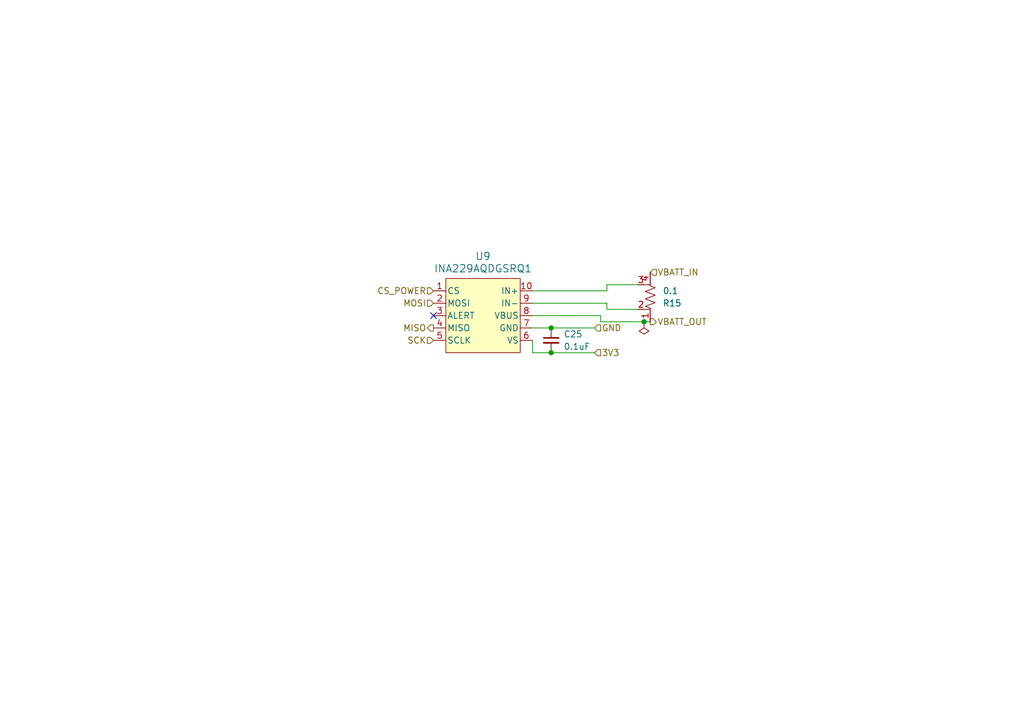
<source format=kicad_sch>
(kicad_sch (version 20250114) (generator "eeschema") (generator_version "9.0")
  (paper "A5")
  (title_block (title "Power Sensing") (company "UCSC Rocket Team") (comment 1 "Ruhmit Sahu"))
  (lib_symbols
    (symbol "Avionics_Symbols:INA229AQDGSRQ1" (pin_names (offset 0.254))
      (property "Reference" "U" (at -0.508 12.192 0))
      (property "Value" "INA229AQDGSRQ1" (at -0.508 9.652 0))
      (symbol "INA229AQDGSRQ1_0_1"
        (pin input line (at -10.16 5.08 0) (length 2.54) (name "CS") (number "1"))
        (pin input line (at -10.16 2.54 0) (length 2.54) (name "MOSI") (number "2"))
        (pin output line (at -10.16 0 0) (length 2.54) (name "ALERT") (number "3"))
        (pin output line (at -10.16 -2.54 0) (length 2.54) (name "MISO") (number "4"))
        (pin input line (at -10.16 -5.08 0) (length 2.54) (name "SCLK") (number "5"))
        (pin input line (at 10.16 5.08 180) (length 2.54) (name "IN+") (number "10"))
        (pin power_in line (at 10.16 0 180) (length 2.54) (name "VBUS") (number "8"))
        (pin power_in line (at 10.16 -2.54 180) (length 2.54) (name "GND") (number "7"))
        (pin power_in line (at 10.16 -5.08 180) (length 2.54) (name "VS") (number "6"))
      )
      (symbol "INA229AQDGSRQ1_1_1"
        (rectangle (start -7.62 7.62) (end 7.62 -7.62) (fill (type background)))
        (pin input line (at 10.16 2.54 180) (length 2.54) (name "IN-") (number "9"))
      )
    )
    (symbol "Device:C_Small" (pin_numbers (hide yes)) (pin_names (offset 0.254) (hide yes))
      (property "Reference" "C" (at 0.254 1.778 0))
      (property "Value" "C_Small" (at 0.254 -2.032 0))
      (symbol "C_Small_0_1"
        (polyline (pts (xy -1.524 0.508) (xy 1.524 0.508)) (stroke (width 0.3048)))
        (polyline (pts (xy -1.524 -0.508) (xy 1.524 -0.508)) (stroke (width 0.3302)))
      )
      (symbol "C_Small_1_1"
        (pin passive line (at 0 2.54 270) (length 2.032) (name "~") (number "1"))
        (pin passive line (at 0 -2.54 90) (length 2.032) (name "~") (number "2"))
      )
    )
    (symbol "Device:R_Shunt_US" (pin_names (offset 0) (hide yes))
      (property "Reference" "R" (at -5.08 0 90))
      (property "Value" "R_Shunt_US" (at -3.048 0 90))
      (symbol "R_Shunt_US_1_1"
        (polyline (pts (xy 0 2.286) (xy 0 2.54)))
        (polyline (pts (xy 0 2.286) (xy 1.016 1.905) (xy 0 1.524) (xy -1.016 1.143) (xy 0 0.762)))
        (polyline (pts (xy 0 0.762) (xy 1.016 0.381) (xy 0 0) (xy -1.016 -0.381) (xy 0 -0.762)))
        (polyline (pts (xy 0 -0.762) (xy 1.016 -1.143) (xy 0 -1.524) (xy -1.016 -1.905) (xy 0 -2.286)))
        (polyline (pts (xy 0 -2.286) (xy 0 -2.54)))
        (polyline (pts (xy 0 -2.54) (xy 1.27 -2.54)))
        (polyline (pts (xy 1.27 2.54) (xy 0 2.54)))
        (pin passive line (at 0 5.08 270) (length 2.54) (name "~") (number "1"))
        (pin passive line (at 0 -5.08 90) (length 2.54) (name "~") (number "4"))
        (pin passive line (at 2.54 2.54 180) (length 1.27) (name "~") (number "2"))
        (pin passive line (at 2.54 -2.54 180) (length 1.27) (name "~") (number "3"))
      )
    )
    (symbol "power:PWR_FLAG" (power) (pin_numbers (hide yes)) (pin_names (offset 0) (hide yes))
      (property "Value" "PWR_FLAG" (at 0 3.81 0))
      (symbol "PWR_FLAG_0_0"
        (pin power_out line (at 0 0 90) (length 0) (name "~") (number "1"))
      )
      (symbol "PWR_FLAG_0_1"
        (polyline (pts (xy 0 0) (xy 0 1.27) (xy -1.016 1.905) (xy 0 2.54) (xy 1.016 1.905) (xy 0 1.27)))
      )
    )
  )
  (junction (at 113.03 72.39))
  (junction (at 113.03 67.31))
  (junction (at 132.08 66.04))
  (no_connect (at 88.9 64.77))
  (wire (pts (xy 109.22 72.39) (xy 113.03 72.39)))
  (wire (pts (xy 123.19 64.77) (xy 109.22 64.77)))
  (wire (pts (xy 124.46 63.5) (xy 124.46 62.23)))
  (wire (pts (xy 124.46 58.42) (xy 130.81 58.42)))
  (wire (pts (xy 109.22 67.31) (xy 113.03 67.31)))
  (wire (pts (xy 124.46 62.23) (xy 109.22 62.23)))
  (wire (pts (xy 132.08 66.04) (xy 133.35 66.04)))
  (wire (pts (xy 123.19 66.04) (xy 132.08 66.04)))
  (wire (pts (xy 123.19 66.04) (xy 123.19 64.77)))
  (wire (pts (xy 124.46 63.5) (xy 130.81 63.5)))
  (wire (pts (xy 124.46 58.42) (xy 124.46 59.69)))
  (wire (pts (xy 113.03 67.31) (xy 121.92 67.31)))
  (wire (pts (xy 121.92 72.39) (xy 113.03 72.39)))
  (wire (pts (xy 124.46 59.69) (xy 109.22 59.69)))
  (wire (pts (xy 109.22 69.85) (xy 109.22 72.39)))
  (hierarchical_label "CS_POWER" (shape input) (at 88.9 59.69 180))
  (hierarchical_label "3V3" (shape input) (at 121.92 72.39 0))
  (hierarchical_label "MISO" (shape output) (at 88.9 67.31 180))
  (hierarchical_label "VBATT_IN" (shape input) (at 133.35 55.88 0))
  (hierarchical_label "GND" (shape input) (at 121.92 67.31 0))
  (hierarchical_label "SCK" (shape input) (at 88.9 69.85 180))
  (hierarchical_label "VBATT_OUT" (shape output) (at 133.35 66.04 0))
  (hierarchical_label "MOSI" (shape input) (at 88.9 62.23 180))
  (symbol (lib_id "power:PWR_FLAG") (at 132.08 66.04 180) (unit 1)
    (property "Reference" "#FLG03" (effects (hide yes)))
    (property "Value" "PWR_FLAG" (effects (hide yes)))
    (property "Description" "Special symbol for telling ERC where power comes from" (effects (hide yes)))
  )
  (symbol (lib_id "Avionics_Symbols:INA229AQDGSRQ1") (at 99.06 64.77 0) (unit 1)
    (property "Reference" "U9" (at 99.06 52.578 0) (effects (font (size 1.524 1.524))))
    (property "Value" "INA229AQDGSRQ1" (at 99.06 55.118 0) (effects (font (size 1.524 1.524))))
    (property "Footprint" "Package_SO:VSSOP-10_3x3mm_P0.5mm" (effects (hide yes)))
    (property "Datasheet" "https://www.ti.com/lit/gpn/ina229-q1" (effects (hide yes)))
  )
  (symbol (lib_id "Device:C_Small") (at 113.03 69.85 0) (unit 1)
    (property "Reference" "C25" (at 115.57 68.5862 0) (effects (justify left)))
    (property "Value" "0.1uF" (at 115.57 71.1262 0) (effects (justify left)))
    (property "Footprint" "Capacitor_SMD:C_0603_1608Metric" (effects (hide yes)))
    (property "Description" "Unpolarized capacitor, small symbol" (effects (hide yes)))
    (instances (project "Blaze-NT" (path "" (reference "C25") (unit 1))) (project "" (path "" (reference "C3") (unit 1))))
  )
  (symbol (lib_id "Device:R_Shunt_US") (at 133.35 60.96 180) (unit 1)
    (property "Reference" "R15" (at 135.89 62.2301 0) (effects (justify right)))
    (property "Value" "0.1" (at 135.89 59.6901 0) (effects (justify right)))
    (property "Footprint" "Resistor_SMD:R_Shunt_Ohmite_LVK24" (effects (hide yes)))
    (property "Description" "Shunt resistor with Kelvin connections, US symbol" (effects (hide yes)))
    (instances (project "Blaze-NT" (path "" (reference "R15") (unit 1))) (project "" (path "" (reference "R5") (unit 1))))
  )
)
</source>
